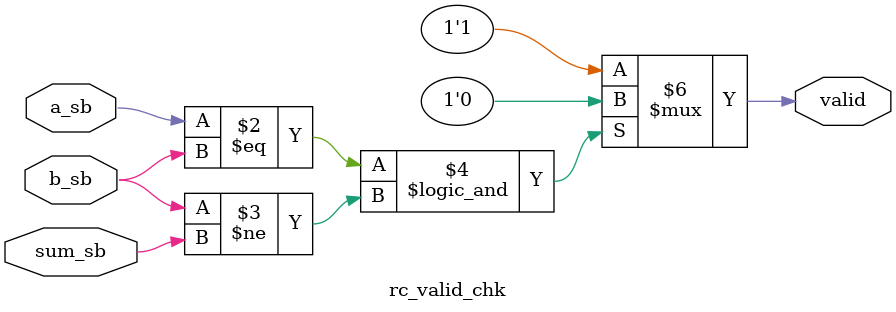
<source format=v>
`timescale 1ns / 1ps

   
 module rc_valid_chk(a_sb, b_sb, sum_sb, valid); 
	input  a_sb; 
	input  b_sb; 
	input  sum_sb; 
	output reg valid;   
       
	
	always @(a_sb, b_sb, sum_sb)
		begin 
		if ( (a_sb == b_sb) && (b_sb != sum_sb) ) 
		begin 
			valid = 1'b0; 
	    end
		else
		begin
			valid = 1'b1; 
		end
	end
                
endmodule
</source>
